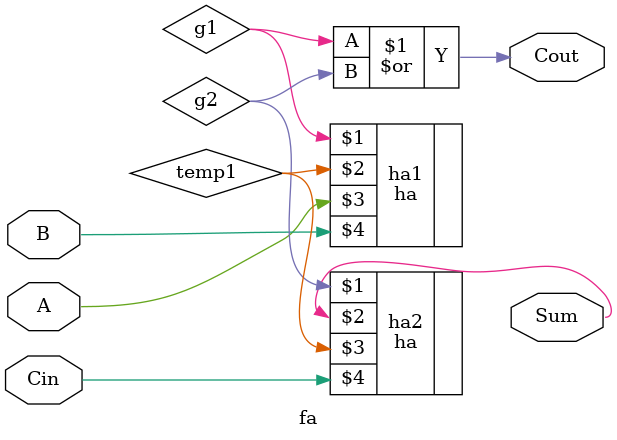
<source format=sv>
module fa (Cout, Sum, A, B, Cin);

   input logic  A;
   input logic  B;
   input logic  Cin;

   output logic Sum;
   output logic Cout;

   logic 	g1, g2, temp1;   
   
   ha ha1 (g1, temp1, A, B);
   ha ha2 (g2, Sum, temp1, Cin);

   assign Cout = g1 | g2;

endmodule // fa


</source>
